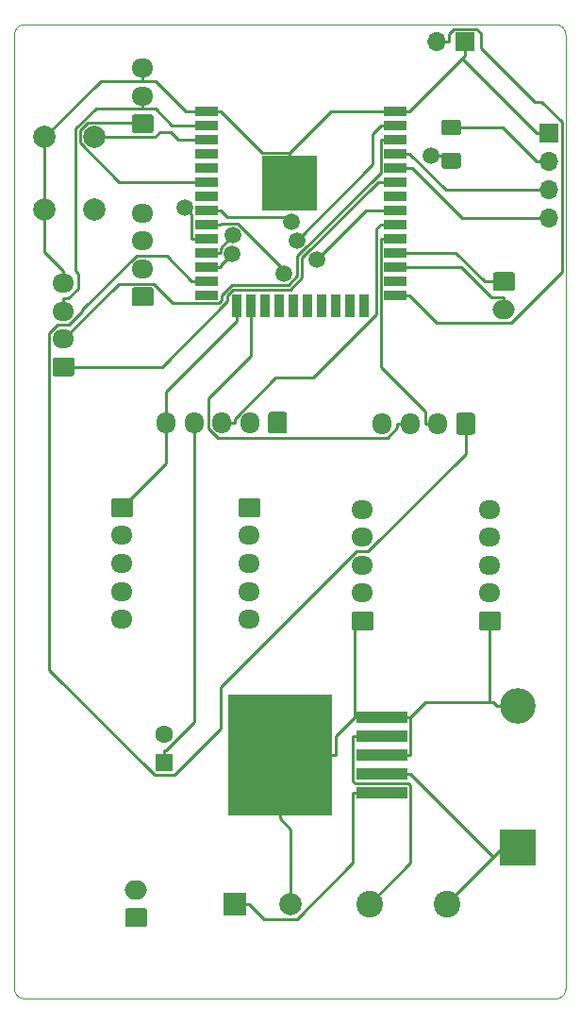
<source format=gbr>
G04 #@! TF.GenerationSoftware,KiCad,Pcbnew,(5.1.5)-3*
G04 #@! TF.CreationDate,2020-08-20T14:44:53-04:00*
G04 #@! TF.ProjectId,Ebike Board,4562696b-6520-4426-9f61-72642e6b6963,rev?*
G04 #@! TF.SameCoordinates,Original*
G04 #@! TF.FileFunction,Copper,L1,Top*
G04 #@! TF.FilePolarity,Positive*
%FSLAX46Y46*%
G04 Gerber Fmt 4.6, Leading zero omitted, Abs format (unit mm)*
G04 Created by KiCad (PCBNEW (5.1.5)-3) date 2020-08-20 14:44:53*
%MOMM*%
%LPD*%
G04 APERTURE LIST*
%ADD10C,0.120000*%
%ADD11C,0.050000*%
%ADD12R,9.400000X10.800000*%
%ADD13R,4.600000X1.100000*%
%ADD14O,1.950000X1.700000*%
%ADD15C,0.100000*%
%ADD16C,2.400000*%
%ADD17O,1.700000X1.950000*%
%ADD18C,2.000000*%
%ADD19R,5.000000X5.000000*%
%ADD20R,2.000000X0.900000*%
%ADD21R,0.900000X2.000000*%
%ADD22O,2.000000X1.700000*%
%ADD23O,1.700000X1.700000*%
%ADD24R,1.700000X1.700000*%
%ADD25O,3.200000X3.200000*%
%ADD26R,3.200000X3.200000*%
%ADD27R,2.000000X2.000000*%
%ADD28C,1.600000*%
%ADD29R,1.600000X1.600000*%
%ADD30C,1.500000*%
%ADD31C,0.250000*%
G04 APERTURE END LIST*
D10*
X111900000Y-157100000D02*
G75*
G02X111000000Y-156200000I0J900000D01*
G01*
X111000000Y-70600000D02*
G75*
G02X111900000Y-69700000I900000J0D01*
G01*
X159600000Y-69700000D02*
G75*
G02X160500000Y-70600000I0J-900000D01*
G01*
X160500000Y-156200000D02*
G75*
G02X159600000Y-157100000I-900000J0D01*
G01*
D11*
X111000000Y-156200000D02*
X111000000Y-70600000D01*
X159600000Y-157100000D02*
X111900000Y-157100000D01*
X160500000Y-70600000D02*
X160500000Y-156200000D01*
X111900000Y-69700000D02*
X159600000Y-69700000D01*
D12*
X134825000Y-135225000D03*
D13*
X143975000Y-131825000D03*
X143975000Y-133525000D03*
X143975000Y-135225000D03*
X143975000Y-136925000D03*
X143975000Y-138625000D03*
D14*
X115400000Y-92900000D03*
X115400000Y-95400000D03*
X115400000Y-97900000D03*
G04 #@! TA.AperFunction,ComponentPad*
D15*
G36*
X116149504Y-99551204D02*
G01*
X116173773Y-99554804D01*
X116197571Y-99560765D01*
X116220671Y-99569030D01*
X116242849Y-99579520D01*
X116263893Y-99592133D01*
X116283598Y-99606747D01*
X116301777Y-99623223D01*
X116318253Y-99641402D01*
X116332867Y-99661107D01*
X116345480Y-99682151D01*
X116355970Y-99704329D01*
X116364235Y-99727429D01*
X116370196Y-99751227D01*
X116373796Y-99775496D01*
X116375000Y-99800000D01*
X116375000Y-101000000D01*
X116373796Y-101024504D01*
X116370196Y-101048773D01*
X116364235Y-101072571D01*
X116355970Y-101095671D01*
X116345480Y-101117849D01*
X116332867Y-101138893D01*
X116318253Y-101158598D01*
X116301777Y-101176777D01*
X116283598Y-101193253D01*
X116263893Y-101207867D01*
X116242849Y-101220480D01*
X116220671Y-101230970D01*
X116197571Y-101239235D01*
X116173773Y-101245196D01*
X116149504Y-101248796D01*
X116125000Y-101250000D01*
X114675000Y-101250000D01*
X114650496Y-101248796D01*
X114626227Y-101245196D01*
X114602429Y-101239235D01*
X114579329Y-101230970D01*
X114557151Y-101220480D01*
X114536107Y-101207867D01*
X114516402Y-101193253D01*
X114498223Y-101176777D01*
X114481747Y-101158598D01*
X114467133Y-101138893D01*
X114454520Y-101117849D01*
X114444030Y-101095671D01*
X114435765Y-101072571D01*
X114429804Y-101048773D01*
X114426204Y-101024504D01*
X114425000Y-101000000D01*
X114425000Y-99800000D01*
X114426204Y-99775496D01*
X114429804Y-99751227D01*
X114435765Y-99727429D01*
X114444030Y-99704329D01*
X114454520Y-99682151D01*
X114467133Y-99661107D01*
X114481747Y-99641402D01*
X114498223Y-99623223D01*
X114516402Y-99606747D01*
X114536107Y-99592133D01*
X114557151Y-99579520D01*
X114579329Y-99569030D01*
X114602429Y-99560765D01*
X114626227Y-99554804D01*
X114650496Y-99551204D01*
X114675000Y-99550000D01*
X116125000Y-99550000D01*
X116149504Y-99551204D01*
G37*
G04 #@! TD.AperFunction*
D16*
X142860000Y-148590000D03*
X149860000Y-148590000D03*
G04 #@! TA.AperFunction,ComponentPad*
D15*
G36*
X132829504Y-112181204D02*
G01*
X132853773Y-112184804D01*
X132877571Y-112190765D01*
X132900671Y-112199030D01*
X132922849Y-112209520D01*
X132943893Y-112222133D01*
X132963598Y-112236747D01*
X132981777Y-112253223D01*
X132998253Y-112271402D01*
X133012867Y-112291107D01*
X133025480Y-112312151D01*
X133035970Y-112334329D01*
X133044235Y-112357429D01*
X133050196Y-112381227D01*
X133053796Y-112405496D01*
X133055000Y-112430000D01*
X133055000Y-113630000D01*
X133053796Y-113654504D01*
X133050196Y-113678773D01*
X133044235Y-113702571D01*
X133035970Y-113725671D01*
X133025480Y-113747849D01*
X133012867Y-113768893D01*
X132998253Y-113788598D01*
X132981777Y-113806777D01*
X132963598Y-113823253D01*
X132943893Y-113837867D01*
X132922849Y-113850480D01*
X132900671Y-113860970D01*
X132877571Y-113869235D01*
X132853773Y-113875196D01*
X132829504Y-113878796D01*
X132805000Y-113880000D01*
X131355000Y-113880000D01*
X131330496Y-113878796D01*
X131306227Y-113875196D01*
X131282429Y-113869235D01*
X131259329Y-113860970D01*
X131237151Y-113850480D01*
X131216107Y-113837867D01*
X131196402Y-113823253D01*
X131178223Y-113806777D01*
X131161747Y-113788598D01*
X131147133Y-113768893D01*
X131134520Y-113747849D01*
X131124030Y-113725671D01*
X131115765Y-113702571D01*
X131109804Y-113678773D01*
X131106204Y-113654504D01*
X131105000Y-113630000D01*
X131105000Y-112430000D01*
X131106204Y-112405496D01*
X131109804Y-112381227D01*
X131115765Y-112357429D01*
X131124030Y-112334329D01*
X131134520Y-112312151D01*
X131147133Y-112291107D01*
X131161747Y-112271402D01*
X131178223Y-112253223D01*
X131196402Y-112236747D01*
X131216107Y-112222133D01*
X131237151Y-112209520D01*
X131259329Y-112199030D01*
X131282429Y-112190765D01*
X131306227Y-112184804D01*
X131330496Y-112181204D01*
X131355000Y-112180000D01*
X132805000Y-112180000D01*
X132829504Y-112181204D01*
G37*
G04 #@! TD.AperFunction*
D14*
X132080000Y-115530000D03*
X132080000Y-118030000D03*
X132080000Y-120530000D03*
X132080000Y-123030000D03*
G04 #@! TA.AperFunction,ComponentPad*
D15*
G36*
X154419504Y-122341204D02*
G01*
X154443773Y-122344804D01*
X154467571Y-122350765D01*
X154490671Y-122359030D01*
X154512849Y-122369520D01*
X154533893Y-122382133D01*
X154553598Y-122396747D01*
X154571777Y-122413223D01*
X154588253Y-122431402D01*
X154602867Y-122451107D01*
X154615480Y-122472151D01*
X154625970Y-122494329D01*
X154634235Y-122517429D01*
X154640196Y-122541227D01*
X154643796Y-122565496D01*
X154645000Y-122590000D01*
X154645000Y-123790000D01*
X154643796Y-123814504D01*
X154640196Y-123838773D01*
X154634235Y-123862571D01*
X154625970Y-123885671D01*
X154615480Y-123907849D01*
X154602867Y-123928893D01*
X154588253Y-123948598D01*
X154571777Y-123966777D01*
X154553598Y-123983253D01*
X154533893Y-123997867D01*
X154512849Y-124010480D01*
X154490671Y-124020970D01*
X154467571Y-124029235D01*
X154443773Y-124035196D01*
X154419504Y-124038796D01*
X154395000Y-124040000D01*
X152945000Y-124040000D01*
X152920496Y-124038796D01*
X152896227Y-124035196D01*
X152872429Y-124029235D01*
X152849329Y-124020970D01*
X152827151Y-124010480D01*
X152806107Y-123997867D01*
X152786402Y-123983253D01*
X152768223Y-123966777D01*
X152751747Y-123948598D01*
X152737133Y-123928893D01*
X152724520Y-123907849D01*
X152714030Y-123885671D01*
X152705765Y-123862571D01*
X152699804Y-123838773D01*
X152696204Y-123814504D01*
X152695000Y-123790000D01*
X152695000Y-122590000D01*
X152696204Y-122565496D01*
X152699804Y-122541227D01*
X152705765Y-122517429D01*
X152714030Y-122494329D01*
X152724520Y-122472151D01*
X152737133Y-122451107D01*
X152751747Y-122431402D01*
X152768223Y-122413223D01*
X152786402Y-122396747D01*
X152806107Y-122382133D01*
X152827151Y-122369520D01*
X152849329Y-122359030D01*
X152872429Y-122350765D01*
X152896227Y-122344804D01*
X152920496Y-122341204D01*
X152945000Y-122340000D01*
X154395000Y-122340000D01*
X154419504Y-122341204D01*
G37*
G04 #@! TD.AperFunction*
D14*
X153670000Y-120690000D03*
X153670000Y-118190000D03*
X153670000Y-115690000D03*
X153670000Y-113190000D03*
G04 #@! TA.AperFunction,ComponentPad*
D15*
G36*
X142989504Y-122341204D02*
G01*
X143013773Y-122344804D01*
X143037571Y-122350765D01*
X143060671Y-122359030D01*
X143082849Y-122369520D01*
X143103893Y-122382133D01*
X143123598Y-122396747D01*
X143141777Y-122413223D01*
X143158253Y-122431402D01*
X143172867Y-122451107D01*
X143185480Y-122472151D01*
X143195970Y-122494329D01*
X143204235Y-122517429D01*
X143210196Y-122541227D01*
X143213796Y-122565496D01*
X143215000Y-122590000D01*
X143215000Y-123790000D01*
X143213796Y-123814504D01*
X143210196Y-123838773D01*
X143204235Y-123862571D01*
X143195970Y-123885671D01*
X143185480Y-123907849D01*
X143172867Y-123928893D01*
X143158253Y-123948598D01*
X143141777Y-123966777D01*
X143123598Y-123983253D01*
X143103893Y-123997867D01*
X143082849Y-124010480D01*
X143060671Y-124020970D01*
X143037571Y-124029235D01*
X143013773Y-124035196D01*
X142989504Y-124038796D01*
X142965000Y-124040000D01*
X141515000Y-124040000D01*
X141490496Y-124038796D01*
X141466227Y-124035196D01*
X141442429Y-124029235D01*
X141419329Y-124020970D01*
X141397151Y-124010480D01*
X141376107Y-123997867D01*
X141356402Y-123983253D01*
X141338223Y-123966777D01*
X141321747Y-123948598D01*
X141307133Y-123928893D01*
X141294520Y-123907849D01*
X141284030Y-123885671D01*
X141275765Y-123862571D01*
X141269804Y-123838773D01*
X141266204Y-123814504D01*
X141265000Y-123790000D01*
X141265000Y-122590000D01*
X141266204Y-122565496D01*
X141269804Y-122541227D01*
X141275765Y-122517429D01*
X141284030Y-122494329D01*
X141294520Y-122472151D01*
X141307133Y-122451107D01*
X141321747Y-122431402D01*
X141338223Y-122413223D01*
X141356402Y-122396747D01*
X141376107Y-122382133D01*
X141397151Y-122369520D01*
X141419329Y-122359030D01*
X141442429Y-122350765D01*
X141466227Y-122344804D01*
X141490496Y-122341204D01*
X141515000Y-122340000D01*
X142965000Y-122340000D01*
X142989504Y-122341204D01*
G37*
G04 #@! TD.AperFunction*
D14*
X142240000Y-120690000D03*
X142240000Y-118190000D03*
X142240000Y-115690000D03*
X142240000Y-113190000D03*
G04 #@! TA.AperFunction,ComponentPad*
D15*
G36*
X152114504Y-104526204D02*
G01*
X152138773Y-104529804D01*
X152162571Y-104535765D01*
X152185671Y-104544030D01*
X152207849Y-104554520D01*
X152228893Y-104567133D01*
X152248598Y-104581747D01*
X152266777Y-104598223D01*
X152283253Y-104616402D01*
X152297867Y-104636107D01*
X152310480Y-104657151D01*
X152320970Y-104679329D01*
X152329235Y-104702429D01*
X152335196Y-104726227D01*
X152338796Y-104750496D01*
X152340000Y-104775000D01*
X152340000Y-106225000D01*
X152338796Y-106249504D01*
X152335196Y-106273773D01*
X152329235Y-106297571D01*
X152320970Y-106320671D01*
X152310480Y-106342849D01*
X152297867Y-106363893D01*
X152283253Y-106383598D01*
X152266777Y-106401777D01*
X152248598Y-106418253D01*
X152228893Y-106432867D01*
X152207849Y-106445480D01*
X152185671Y-106455970D01*
X152162571Y-106464235D01*
X152138773Y-106470196D01*
X152114504Y-106473796D01*
X152090000Y-106475000D01*
X150890000Y-106475000D01*
X150865496Y-106473796D01*
X150841227Y-106470196D01*
X150817429Y-106464235D01*
X150794329Y-106455970D01*
X150772151Y-106445480D01*
X150751107Y-106432867D01*
X150731402Y-106418253D01*
X150713223Y-106401777D01*
X150696747Y-106383598D01*
X150682133Y-106363893D01*
X150669520Y-106342849D01*
X150659030Y-106320671D01*
X150650765Y-106297571D01*
X150644804Y-106273773D01*
X150641204Y-106249504D01*
X150640000Y-106225000D01*
X150640000Y-104775000D01*
X150641204Y-104750496D01*
X150644804Y-104726227D01*
X150650765Y-104702429D01*
X150659030Y-104679329D01*
X150669520Y-104657151D01*
X150682133Y-104636107D01*
X150696747Y-104616402D01*
X150713223Y-104598223D01*
X150731402Y-104581747D01*
X150751107Y-104567133D01*
X150772151Y-104554520D01*
X150794329Y-104544030D01*
X150817429Y-104535765D01*
X150841227Y-104529804D01*
X150865496Y-104526204D01*
X150890000Y-104525000D01*
X152090000Y-104525000D01*
X152114504Y-104526204D01*
G37*
G04 #@! TD.AperFunction*
D17*
X148990000Y-105500000D03*
X146490000Y-105500000D03*
X143990000Y-105500000D03*
G04 #@! TA.AperFunction,ComponentPad*
D15*
G36*
X123249504Y-77751204D02*
G01*
X123273773Y-77754804D01*
X123297571Y-77760765D01*
X123320671Y-77769030D01*
X123342849Y-77779520D01*
X123363893Y-77792133D01*
X123383598Y-77806747D01*
X123401777Y-77823223D01*
X123418253Y-77841402D01*
X123432867Y-77861107D01*
X123445480Y-77882151D01*
X123455970Y-77904329D01*
X123464235Y-77927429D01*
X123470196Y-77951227D01*
X123473796Y-77975496D01*
X123475000Y-78000000D01*
X123475000Y-79200000D01*
X123473796Y-79224504D01*
X123470196Y-79248773D01*
X123464235Y-79272571D01*
X123455970Y-79295671D01*
X123445480Y-79317849D01*
X123432867Y-79338893D01*
X123418253Y-79358598D01*
X123401777Y-79376777D01*
X123383598Y-79393253D01*
X123363893Y-79407867D01*
X123342849Y-79420480D01*
X123320671Y-79430970D01*
X123297571Y-79439235D01*
X123273773Y-79445196D01*
X123249504Y-79448796D01*
X123225000Y-79450000D01*
X121775000Y-79450000D01*
X121750496Y-79448796D01*
X121726227Y-79445196D01*
X121702429Y-79439235D01*
X121679329Y-79430970D01*
X121657151Y-79420480D01*
X121636107Y-79407867D01*
X121616402Y-79393253D01*
X121598223Y-79376777D01*
X121581747Y-79358598D01*
X121567133Y-79338893D01*
X121554520Y-79317849D01*
X121544030Y-79295671D01*
X121535765Y-79272571D01*
X121529804Y-79248773D01*
X121526204Y-79224504D01*
X121525000Y-79200000D01*
X121525000Y-78000000D01*
X121526204Y-77975496D01*
X121529804Y-77951227D01*
X121535765Y-77927429D01*
X121544030Y-77904329D01*
X121554520Y-77882151D01*
X121567133Y-77861107D01*
X121581747Y-77841402D01*
X121598223Y-77823223D01*
X121616402Y-77806747D01*
X121636107Y-77792133D01*
X121657151Y-77779520D01*
X121679329Y-77769030D01*
X121702429Y-77760765D01*
X121726227Y-77754804D01*
X121750496Y-77751204D01*
X121775000Y-77750000D01*
X123225000Y-77750000D01*
X123249504Y-77751204D01*
G37*
G04 #@! TD.AperFunction*
D14*
X122500000Y-76100000D03*
X122500000Y-73600000D03*
D18*
X113700000Y-79800000D03*
X118200000Y-79800000D03*
X113700000Y-86300000D03*
X118200000Y-86300000D03*
D19*
X135700000Y-83945000D03*
D20*
X145200000Y-93955000D03*
X145200000Y-92685000D03*
X145200000Y-91415000D03*
X145200000Y-90145000D03*
X145200000Y-88875000D03*
X145200000Y-87605000D03*
X145200000Y-86335000D03*
X145200000Y-85065000D03*
X145200000Y-83795000D03*
X145200000Y-82525000D03*
X145200000Y-81255000D03*
X145200000Y-79985000D03*
X145200000Y-78715000D03*
X145200000Y-77445000D03*
X128200000Y-93955000D03*
X128200000Y-92685000D03*
X128200000Y-91415000D03*
X128200000Y-90145000D03*
X128200000Y-88875000D03*
X128200000Y-87605000D03*
X128200000Y-86335000D03*
X128200000Y-85065000D03*
X128200000Y-83795000D03*
X128200000Y-82525000D03*
X128200000Y-81255000D03*
X128200000Y-79985000D03*
X128200000Y-78715000D03*
D21*
X142415000Y-94955000D03*
X141145000Y-94955000D03*
X139875000Y-94955000D03*
X138605000Y-94955000D03*
X137335000Y-94955000D03*
X136065000Y-94955000D03*
X134795000Y-94955000D03*
X133525000Y-94955000D03*
X132255000Y-94955000D03*
X130985000Y-94955000D03*
D20*
X128200000Y-77445000D03*
G04 #@! TA.AperFunction,ComponentPad*
D15*
G36*
X155714504Y-91901204D02*
G01*
X155738773Y-91904804D01*
X155762571Y-91910765D01*
X155785671Y-91919030D01*
X155807849Y-91929520D01*
X155828893Y-91942133D01*
X155848598Y-91956747D01*
X155866777Y-91973223D01*
X155883253Y-91991402D01*
X155897867Y-92011107D01*
X155910480Y-92032151D01*
X155920970Y-92054329D01*
X155929235Y-92077429D01*
X155935196Y-92101227D01*
X155938796Y-92125496D01*
X155940000Y-92150000D01*
X155940000Y-93350000D01*
X155938796Y-93374504D01*
X155935196Y-93398773D01*
X155929235Y-93422571D01*
X155920970Y-93445671D01*
X155910480Y-93467849D01*
X155897867Y-93488893D01*
X155883253Y-93508598D01*
X155866777Y-93526777D01*
X155848598Y-93543253D01*
X155828893Y-93557867D01*
X155807849Y-93570480D01*
X155785671Y-93580970D01*
X155762571Y-93589235D01*
X155738773Y-93595196D01*
X155714504Y-93598796D01*
X155690000Y-93600000D01*
X154190000Y-93600000D01*
X154165496Y-93598796D01*
X154141227Y-93595196D01*
X154117429Y-93589235D01*
X154094329Y-93580970D01*
X154072151Y-93570480D01*
X154051107Y-93557867D01*
X154031402Y-93543253D01*
X154013223Y-93526777D01*
X153996747Y-93508598D01*
X153982133Y-93488893D01*
X153969520Y-93467849D01*
X153959030Y-93445671D01*
X153950765Y-93422571D01*
X153944804Y-93398773D01*
X153941204Y-93374504D01*
X153940000Y-93350000D01*
X153940000Y-92150000D01*
X153941204Y-92125496D01*
X153944804Y-92101227D01*
X153950765Y-92077429D01*
X153959030Y-92054329D01*
X153969520Y-92032151D01*
X153982133Y-92011107D01*
X153996747Y-91991402D01*
X154013223Y-91973223D01*
X154031402Y-91956747D01*
X154051107Y-91942133D01*
X154072151Y-91929520D01*
X154094329Y-91919030D01*
X154117429Y-91910765D01*
X154141227Y-91904804D01*
X154165496Y-91901204D01*
X154190000Y-91900000D01*
X155690000Y-91900000D01*
X155714504Y-91901204D01*
G37*
G04 #@! TD.AperFunction*
D22*
X154940000Y-95250000D03*
G04 #@! TA.AperFunction,ComponentPad*
D15*
G36*
X123249504Y-93251204D02*
G01*
X123273773Y-93254804D01*
X123297571Y-93260765D01*
X123320671Y-93269030D01*
X123342849Y-93279520D01*
X123363893Y-93292133D01*
X123383598Y-93306747D01*
X123401777Y-93323223D01*
X123418253Y-93341402D01*
X123432867Y-93361107D01*
X123445480Y-93382151D01*
X123455970Y-93404329D01*
X123464235Y-93427429D01*
X123470196Y-93451227D01*
X123473796Y-93475496D01*
X123475000Y-93500000D01*
X123475000Y-94700000D01*
X123473796Y-94724504D01*
X123470196Y-94748773D01*
X123464235Y-94772571D01*
X123455970Y-94795671D01*
X123445480Y-94817849D01*
X123432867Y-94838893D01*
X123418253Y-94858598D01*
X123401777Y-94876777D01*
X123383598Y-94893253D01*
X123363893Y-94907867D01*
X123342849Y-94920480D01*
X123320671Y-94930970D01*
X123297571Y-94939235D01*
X123273773Y-94945196D01*
X123249504Y-94948796D01*
X123225000Y-94950000D01*
X121775000Y-94950000D01*
X121750496Y-94948796D01*
X121726227Y-94945196D01*
X121702429Y-94939235D01*
X121679329Y-94930970D01*
X121657151Y-94920480D01*
X121636107Y-94907867D01*
X121616402Y-94893253D01*
X121598223Y-94876777D01*
X121581747Y-94858598D01*
X121567133Y-94838893D01*
X121554520Y-94817849D01*
X121544030Y-94795671D01*
X121535765Y-94772571D01*
X121529804Y-94748773D01*
X121526204Y-94724504D01*
X121525000Y-94700000D01*
X121525000Y-93500000D01*
X121526204Y-93475496D01*
X121529804Y-93451227D01*
X121535765Y-93427429D01*
X121544030Y-93404329D01*
X121554520Y-93382151D01*
X121567133Y-93361107D01*
X121581747Y-93341402D01*
X121598223Y-93323223D01*
X121616402Y-93306747D01*
X121636107Y-93292133D01*
X121657151Y-93279520D01*
X121679329Y-93269030D01*
X121702429Y-93260765D01*
X121726227Y-93254804D01*
X121750496Y-93251204D01*
X121775000Y-93250000D01*
X123225000Y-93250000D01*
X123249504Y-93251204D01*
G37*
G04 #@! TD.AperFunction*
D14*
X122500000Y-91600000D03*
X122500000Y-89100000D03*
X122500000Y-86600000D03*
G04 #@! TA.AperFunction,ComponentPad*
D15*
G36*
X135244504Y-104436204D02*
G01*
X135268773Y-104439804D01*
X135292571Y-104445765D01*
X135315671Y-104454030D01*
X135337849Y-104464520D01*
X135358893Y-104477133D01*
X135378598Y-104491747D01*
X135396777Y-104508223D01*
X135413253Y-104526402D01*
X135427867Y-104546107D01*
X135440480Y-104567151D01*
X135450970Y-104589329D01*
X135459235Y-104612429D01*
X135465196Y-104636227D01*
X135468796Y-104660496D01*
X135470000Y-104685000D01*
X135470000Y-106135000D01*
X135468796Y-106159504D01*
X135465196Y-106183773D01*
X135459235Y-106207571D01*
X135450970Y-106230671D01*
X135440480Y-106252849D01*
X135427867Y-106273893D01*
X135413253Y-106293598D01*
X135396777Y-106311777D01*
X135378598Y-106328253D01*
X135358893Y-106342867D01*
X135337849Y-106355480D01*
X135315671Y-106365970D01*
X135292571Y-106374235D01*
X135268773Y-106380196D01*
X135244504Y-106383796D01*
X135220000Y-106385000D01*
X134020000Y-106385000D01*
X133995496Y-106383796D01*
X133971227Y-106380196D01*
X133947429Y-106374235D01*
X133924329Y-106365970D01*
X133902151Y-106355480D01*
X133881107Y-106342867D01*
X133861402Y-106328253D01*
X133843223Y-106311777D01*
X133826747Y-106293598D01*
X133812133Y-106273893D01*
X133799520Y-106252849D01*
X133789030Y-106230671D01*
X133780765Y-106207571D01*
X133774804Y-106183773D01*
X133771204Y-106159504D01*
X133770000Y-106135000D01*
X133770000Y-104685000D01*
X133771204Y-104660496D01*
X133774804Y-104636227D01*
X133780765Y-104612429D01*
X133789030Y-104589329D01*
X133799520Y-104567151D01*
X133812133Y-104546107D01*
X133826747Y-104526402D01*
X133843223Y-104508223D01*
X133861402Y-104491747D01*
X133881107Y-104477133D01*
X133902151Y-104464520D01*
X133924329Y-104454030D01*
X133947429Y-104445765D01*
X133971227Y-104439804D01*
X133995496Y-104436204D01*
X134020000Y-104435000D01*
X135220000Y-104435000D01*
X135244504Y-104436204D01*
G37*
G04 #@! TD.AperFunction*
D17*
X132120000Y-105410000D03*
X129620000Y-105410000D03*
X127120000Y-105410000D03*
X124620000Y-105410000D03*
G04 #@! TA.AperFunction,ComponentPad*
D15*
G36*
X122694504Y-148971204D02*
G01*
X122718773Y-148974804D01*
X122742571Y-148980765D01*
X122765671Y-148989030D01*
X122787849Y-148999520D01*
X122808893Y-149012133D01*
X122828598Y-149026747D01*
X122846777Y-149043223D01*
X122863253Y-149061402D01*
X122877867Y-149081107D01*
X122890480Y-149102151D01*
X122900970Y-149124329D01*
X122909235Y-149147429D01*
X122915196Y-149171227D01*
X122918796Y-149195496D01*
X122920000Y-149220000D01*
X122920000Y-150420000D01*
X122918796Y-150444504D01*
X122915196Y-150468773D01*
X122909235Y-150492571D01*
X122900970Y-150515671D01*
X122890480Y-150537849D01*
X122877867Y-150558893D01*
X122863253Y-150578598D01*
X122846777Y-150596777D01*
X122828598Y-150613253D01*
X122808893Y-150627867D01*
X122787849Y-150640480D01*
X122765671Y-150650970D01*
X122742571Y-150659235D01*
X122718773Y-150665196D01*
X122694504Y-150668796D01*
X122670000Y-150670000D01*
X121170000Y-150670000D01*
X121145496Y-150668796D01*
X121121227Y-150665196D01*
X121097429Y-150659235D01*
X121074329Y-150650970D01*
X121052151Y-150640480D01*
X121031107Y-150627867D01*
X121011402Y-150613253D01*
X120993223Y-150596777D01*
X120976747Y-150578598D01*
X120962133Y-150558893D01*
X120949520Y-150537849D01*
X120939030Y-150515671D01*
X120930765Y-150492571D01*
X120924804Y-150468773D01*
X120921204Y-150444504D01*
X120920000Y-150420000D01*
X120920000Y-149220000D01*
X120921204Y-149195496D01*
X120924804Y-149171227D01*
X120930765Y-149147429D01*
X120939030Y-149124329D01*
X120949520Y-149102151D01*
X120962133Y-149081107D01*
X120976747Y-149061402D01*
X120993223Y-149043223D01*
X121011402Y-149026747D01*
X121031107Y-149012133D01*
X121052151Y-148999520D01*
X121074329Y-148989030D01*
X121097429Y-148980765D01*
X121121227Y-148974804D01*
X121145496Y-148971204D01*
X121170000Y-148970000D01*
X122670000Y-148970000D01*
X122694504Y-148971204D01*
G37*
G04 #@! TD.AperFunction*
D22*
X121920000Y-147320000D03*
G04 #@! TA.AperFunction,ComponentPad*
D15*
G36*
X121399504Y-112181204D02*
G01*
X121423773Y-112184804D01*
X121447571Y-112190765D01*
X121470671Y-112199030D01*
X121492849Y-112209520D01*
X121513893Y-112222133D01*
X121533598Y-112236747D01*
X121551777Y-112253223D01*
X121568253Y-112271402D01*
X121582867Y-112291107D01*
X121595480Y-112312151D01*
X121605970Y-112334329D01*
X121614235Y-112357429D01*
X121620196Y-112381227D01*
X121623796Y-112405496D01*
X121625000Y-112430000D01*
X121625000Y-113630000D01*
X121623796Y-113654504D01*
X121620196Y-113678773D01*
X121614235Y-113702571D01*
X121605970Y-113725671D01*
X121595480Y-113747849D01*
X121582867Y-113768893D01*
X121568253Y-113788598D01*
X121551777Y-113806777D01*
X121533598Y-113823253D01*
X121513893Y-113837867D01*
X121492849Y-113850480D01*
X121470671Y-113860970D01*
X121447571Y-113869235D01*
X121423773Y-113875196D01*
X121399504Y-113878796D01*
X121375000Y-113880000D01*
X119925000Y-113880000D01*
X119900496Y-113878796D01*
X119876227Y-113875196D01*
X119852429Y-113869235D01*
X119829329Y-113860970D01*
X119807151Y-113850480D01*
X119786107Y-113837867D01*
X119766402Y-113823253D01*
X119748223Y-113806777D01*
X119731747Y-113788598D01*
X119717133Y-113768893D01*
X119704520Y-113747849D01*
X119694030Y-113725671D01*
X119685765Y-113702571D01*
X119679804Y-113678773D01*
X119676204Y-113654504D01*
X119675000Y-113630000D01*
X119675000Y-112430000D01*
X119676204Y-112405496D01*
X119679804Y-112381227D01*
X119685765Y-112357429D01*
X119694030Y-112334329D01*
X119704520Y-112312151D01*
X119717133Y-112291107D01*
X119731747Y-112271402D01*
X119748223Y-112253223D01*
X119766402Y-112236747D01*
X119786107Y-112222133D01*
X119807151Y-112209520D01*
X119829329Y-112199030D01*
X119852429Y-112190765D01*
X119876227Y-112184804D01*
X119900496Y-112181204D01*
X119925000Y-112180000D01*
X121375000Y-112180000D01*
X121399504Y-112181204D01*
G37*
G04 #@! TD.AperFunction*
D14*
X120650000Y-115530000D03*
X120650000Y-118030000D03*
X120650000Y-120530000D03*
X120650000Y-123030000D03*
D23*
X148900000Y-71200000D03*
D24*
X151440000Y-71200000D03*
D23*
X159000000Y-87040000D03*
X159000000Y-84500000D03*
X159000000Y-81960000D03*
D24*
X159000000Y-79420000D03*
G04 #@! TA.AperFunction,SMDPad,CuDef*
D15*
G36*
X150849504Y-81176204D02*
G01*
X150873773Y-81179804D01*
X150897571Y-81185765D01*
X150920671Y-81194030D01*
X150942849Y-81204520D01*
X150963893Y-81217133D01*
X150983598Y-81231747D01*
X151001777Y-81248223D01*
X151018253Y-81266402D01*
X151032867Y-81286107D01*
X151045480Y-81307151D01*
X151055970Y-81329329D01*
X151064235Y-81352429D01*
X151070196Y-81376227D01*
X151073796Y-81400496D01*
X151075000Y-81425000D01*
X151075000Y-82350000D01*
X151073796Y-82374504D01*
X151070196Y-82398773D01*
X151064235Y-82422571D01*
X151055970Y-82445671D01*
X151045480Y-82467849D01*
X151032867Y-82488893D01*
X151018253Y-82508598D01*
X151001777Y-82526777D01*
X150983598Y-82543253D01*
X150963893Y-82557867D01*
X150942849Y-82570480D01*
X150920671Y-82580970D01*
X150897571Y-82589235D01*
X150873773Y-82595196D01*
X150849504Y-82598796D01*
X150825000Y-82600000D01*
X149575000Y-82600000D01*
X149550496Y-82598796D01*
X149526227Y-82595196D01*
X149502429Y-82589235D01*
X149479329Y-82580970D01*
X149457151Y-82570480D01*
X149436107Y-82557867D01*
X149416402Y-82543253D01*
X149398223Y-82526777D01*
X149381747Y-82508598D01*
X149367133Y-82488893D01*
X149354520Y-82467849D01*
X149344030Y-82445671D01*
X149335765Y-82422571D01*
X149329804Y-82398773D01*
X149326204Y-82374504D01*
X149325000Y-82350000D01*
X149325000Y-81425000D01*
X149326204Y-81400496D01*
X149329804Y-81376227D01*
X149335765Y-81352429D01*
X149344030Y-81329329D01*
X149354520Y-81307151D01*
X149367133Y-81286107D01*
X149381747Y-81266402D01*
X149398223Y-81248223D01*
X149416402Y-81231747D01*
X149436107Y-81217133D01*
X149457151Y-81204520D01*
X149479329Y-81194030D01*
X149502429Y-81185765D01*
X149526227Y-81179804D01*
X149550496Y-81176204D01*
X149575000Y-81175000D01*
X150825000Y-81175000D01*
X150849504Y-81176204D01*
G37*
G04 #@! TD.AperFunction*
G04 #@! TA.AperFunction,SMDPad,CuDef*
G36*
X150849504Y-78201204D02*
G01*
X150873773Y-78204804D01*
X150897571Y-78210765D01*
X150920671Y-78219030D01*
X150942849Y-78229520D01*
X150963893Y-78242133D01*
X150983598Y-78256747D01*
X151001777Y-78273223D01*
X151018253Y-78291402D01*
X151032867Y-78311107D01*
X151045480Y-78332151D01*
X151055970Y-78354329D01*
X151064235Y-78377429D01*
X151070196Y-78401227D01*
X151073796Y-78425496D01*
X151075000Y-78450000D01*
X151075000Y-79375000D01*
X151073796Y-79399504D01*
X151070196Y-79423773D01*
X151064235Y-79447571D01*
X151055970Y-79470671D01*
X151045480Y-79492849D01*
X151032867Y-79513893D01*
X151018253Y-79533598D01*
X151001777Y-79551777D01*
X150983598Y-79568253D01*
X150963893Y-79582867D01*
X150942849Y-79595480D01*
X150920671Y-79605970D01*
X150897571Y-79614235D01*
X150873773Y-79620196D01*
X150849504Y-79623796D01*
X150825000Y-79625000D01*
X149575000Y-79625000D01*
X149550496Y-79623796D01*
X149526227Y-79620196D01*
X149502429Y-79614235D01*
X149479329Y-79605970D01*
X149457151Y-79595480D01*
X149436107Y-79582867D01*
X149416402Y-79568253D01*
X149398223Y-79551777D01*
X149381747Y-79533598D01*
X149367133Y-79513893D01*
X149354520Y-79492849D01*
X149344030Y-79470671D01*
X149335765Y-79447571D01*
X149329804Y-79423773D01*
X149326204Y-79399504D01*
X149325000Y-79375000D01*
X149325000Y-78450000D01*
X149326204Y-78425496D01*
X149329804Y-78401227D01*
X149335765Y-78377429D01*
X149344030Y-78354329D01*
X149354520Y-78332151D01*
X149367133Y-78311107D01*
X149381747Y-78291402D01*
X149398223Y-78273223D01*
X149416402Y-78256747D01*
X149436107Y-78242133D01*
X149457151Y-78229520D01*
X149479329Y-78219030D01*
X149502429Y-78210765D01*
X149526227Y-78204804D01*
X149550496Y-78201204D01*
X149575000Y-78200000D01*
X150825000Y-78200000D01*
X150849504Y-78201204D01*
G37*
G04 #@! TD.AperFunction*
D25*
X156210000Y-130810000D03*
D26*
X156210000Y-143510000D03*
D18*
X135810000Y-148590000D03*
D27*
X130810000Y-148590000D03*
D28*
X124460000Y-133390000D03*
D29*
X124460000Y-135890000D03*
D30*
X136329200Y-89034000D03*
X138146300Y-90739300D03*
X135163400Y-92014200D03*
X130505500Y-90266100D03*
X130637600Y-88606100D03*
X126278100Y-86077500D03*
X135887400Y-87352800D03*
X148401900Y-81441400D03*
D31*
X151187500Y-72735200D02*
X151440000Y-72482700D01*
X151440000Y-72482700D02*
X151440000Y-71200000D01*
X146477700Y-77445000D02*
X151187500Y-72735200D01*
X157872300Y-79420000D02*
X151187500Y-72735200D01*
X159000000Y-79420000D02*
X157872300Y-79420000D01*
X145200000Y-77445000D02*
X146477700Y-77445000D01*
X135700000Y-81167300D02*
X139422300Y-77445000D01*
X139422300Y-77445000D02*
X145200000Y-77445000D01*
X124620000Y-105410000D02*
X124620000Y-102597700D01*
X124620000Y-102597700D02*
X130985000Y-96232700D01*
X146552700Y-131825000D02*
X146552700Y-135225000D01*
X153670000Y-130478800D02*
X147898900Y-130478800D01*
X147898900Y-130478800D02*
X146552700Y-131825000D01*
X143975000Y-135225000D02*
X146552700Y-135225000D01*
X154332300Y-130810000D02*
X154001100Y-130478800D01*
X154001100Y-130478800D02*
X153670000Y-130478800D01*
X153670000Y-130478800D02*
X153670000Y-123190000D01*
X143975000Y-131825000D02*
X146552700Y-131825000D01*
X141498000Y-131825000D02*
X139802700Y-133520300D01*
X139802700Y-133520300D02*
X139802700Y-135225000D01*
X120650000Y-113030000D02*
X124620000Y-109060000D01*
X124620000Y-109060000D02*
X124620000Y-105410000D01*
X130985000Y-94955000D02*
X130985000Y-96232700D01*
X156210000Y-130810000D02*
X154332300Y-130810000D01*
X142240000Y-123190000D02*
X141498000Y-123932000D01*
X141498000Y-123932000D02*
X141498000Y-131825000D01*
X134825000Y-135225000D02*
X139802700Y-135225000D01*
X143975000Y-131825000D02*
X141498000Y-131825000D01*
X134825000Y-135225000D02*
X134825000Y-140902700D01*
X135810000Y-148590000D02*
X135810000Y-141887700D01*
X135810000Y-141887700D02*
X134825000Y-140902700D01*
X113700000Y-79800000D02*
X118772300Y-74727700D01*
X118772300Y-74727700D02*
X122500000Y-74727700D01*
X113700000Y-86300000D02*
X113700000Y-79800000D01*
X115400000Y-92900000D02*
X115400000Y-91772300D01*
X115400000Y-91772300D02*
X113700000Y-90072300D01*
X113700000Y-90072300D02*
X113700000Y-86300000D01*
X135700000Y-83945000D02*
X135700000Y-81167300D01*
X128200000Y-77445000D02*
X129477700Y-77445000D01*
X129477700Y-77445000D02*
X133200000Y-81167300D01*
X133200000Y-81167300D02*
X135700000Y-81167300D01*
X122500000Y-74727700D02*
X123627700Y-74727700D01*
X123627700Y-74727700D02*
X126345000Y-77445000D01*
X126345000Y-77445000D02*
X128200000Y-77445000D01*
X122500000Y-73600000D02*
X122500000Y-74727700D01*
X143975000Y-138625000D02*
X141397300Y-138625000D01*
X130810000Y-148590000D02*
X132087700Y-148590000D01*
X132087700Y-148590000D02*
X133406300Y-149908600D01*
X133406300Y-149908600D02*
X136332200Y-149908600D01*
X136332200Y-149908600D02*
X141397300Y-144843500D01*
X141397300Y-144843500D02*
X141397300Y-138625000D01*
X143975000Y-133525000D02*
X141397300Y-133525000D01*
X142860000Y-148590000D02*
X146552800Y-144897200D01*
X146552800Y-144897200D02*
X146552800Y-137952000D01*
X146552800Y-137952000D02*
X146398000Y-137797200D01*
X146398000Y-137797200D02*
X141597100Y-137797200D01*
X141597100Y-137797200D02*
X141397300Y-137597400D01*
X141397300Y-137597400D02*
X141397300Y-133525000D01*
X124460000Y-135890000D02*
X124460000Y-134812300D01*
X124460000Y-134812300D02*
X124594700Y-134812300D01*
X124594700Y-134812300D02*
X127120000Y-132287000D01*
X127120000Y-132287000D02*
X127120000Y-105410000D01*
X159000000Y-81960000D02*
X157872300Y-81960000D01*
X157872300Y-81960000D02*
X154824800Y-78912500D01*
X154824800Y-78912500D02*
X150200000Y-78912500D01*
X115400000Y-95400000D02*
X115400000Y-94272300D01*
X115400000Y-94272300D02*
X115822900Y-94272300D01*
X115822900Y-94272300D02*
X116692900Y-93402300D01*
X116692900Y-93402300D02*
X116692900Y-91999200D01*
X116692900Y-91999200D02*
X116489600Y-91795900D01*
X116489600Y-91795900D02*
X116489600Y-79037100D01*
X116489600Y-79037100D02*
X118299000Y-77227700D01*
X118299000Y-77227700D02*
X122500000Y-77227700D01*
X122500000Y-76100000D02*
X122500000Y-77227700D01*
X128200000Y-78715000D02*
X125115000Y-78715000D01*
X125115000Y-78715000D02*
X123627700Y-77227700D01*
X123627700Y-77227700D02*
X122500000Y-77227700D01*
X153982900Y-144355100D02*
X149860000Y-148478000D01*
X149860000Y-148478000D02*
X149860000Y-148590000D01*
X154828000Y-143510000D02*
X153982900Y-144355100D01*
X153982900Y-144355100D02*
X146552700Y-136925000D01*
X143975000Y-136925000D02*
X146552700Y-136925000D01*
X156210000Y-143510000D02*
X154828000Y-143510000D01*
X129620000Y-105410000D02*
X130747700Y-105410000D01*
X145200000Y-87605000D02*
X143922300Y-87605000D01*
X143922300Y-87605000D02*
X143519500Y-88007800D01*
X143519500Y-88007800D02*
X143519500Y-95693400D01*
X143519500Y-95693400D02*
X137820000Y-101392900D01*
X137820000Y-101392900D02*
X134394600Y-101392900D01*
X134394600Y-101392900D02*
X130747700Y-105039800D01*
X130747700Y-105039800D02*
X130747700Y-105410000D01*
X143922300Y-78715000D02*
X143132300Y-79505000D01*
X143132300Y-79505000D02*
X143132300Y-82230900D01*
X143132300Y-82230900D02*
X136329200Y-89034000D01*
X145200000Y-78715000D02*
X143922300Y-78715000D01*
X145200000Y-86335000D02*
X142550600Y-86335000D01*
X142550600Y-86335000D02*
X138146300Y-90739300D01*
X154940000Y-95250000D02*
X154940000Y-94122300D01*
X154940000Y-94122300D02*
X153812300Y-94122300D01*
X153812300Y-94122300D02*
X151105000Y-91415000D01*
X151105000Y-91415000D02*
X145200000Y-91415000D01*
X154940000Y-92750000D02*
X153230600Y-92750000D01*
X153230600Y-92750000D02*
X150625600Y-90145000D01*
X150625600Y-90145000D02*
X145200000Y-90145000D01*
X128200000Y-83795000D02*
X120382200Y-83795000D01*
X120382200Y-83795000D02*
X116892400Y-80305200D01*
X116892400Y-80305200D02*
X116892400Y-79204000D01*
X116892400Y-79204000D02*
X117578300Y-78518100D01*
X117578300Y-78518100D02*
X122418100Y-78518100D01*
X122418100Y-78518100D02*
X122500000Y-78600000D01*
X128200000Y-87605000D02*
X129477700Y-87605000D01*
X129477700Y-87605000D02*
X129528600Y-87554100D01*
X129528600Y-87554100D02*
X131039100Y-87554100D01*
X131039100Y-87554100D02*
X135163400Y-91678400D01*
X135163400Y-91678400D02*
X135163400Y-92014200D01*
X146490000Y-105500000D02*
X145362300Y-105500000D01*
X132255000Y-94955000D02*
X132255000Y-99402900D01*
X132255000Y-99402900D02*
X128446800Y-103211100D01*
X128446800Y-103211100D02*
X128446800Y-105960000D01*
X128446800Y-105960000D02*
X129261700Y-106774900D01*
X129261700Y-106774900D02*
X144457600Y-106774900D01*
X144457600Y-106774900D02*
X145362300Y-105870200D01*
X145362300Y-105870200D02*
X145362300Y-105500000D01*
X148990000Y-105500000D02*
X147862300Y-105500000D01*
X145200000Y-88875000D02*
X143922300Y-88875000D01*
X143922300Y-88875000D02*
X143922300Y-100432300D01*
X143922300Y-100432300D02*
X147862300Y-104372300D01*
X147862300Y-104372300D02*
X147862300Y-105500000D01*
X128200000Y-92685000D02*
X126922300Y-92685000D01*
X126922300Y-92685000D02*
X124660300Y-90423000D01*
X124660300Y-90423000D02*
X121944700Y-90423000D01*
X121944700Y-90423000D02*
X117095600Y-95272100D01*
X117095600Y-95272100D02*
X117095600Y-95444500D01*
X117095600Y-95444500D02*
X115890100Y-96650000D01*
X115890100Y-96650000D02*
X114846000Y-96650000D01*
X114846000Y-96650000D02*
X114137100Y-97358900D01*
X114137100Y-97358900D02*
X114137100Y-127570400D01*
X114137100Y-127570400D02*
X123573600Y-137006900D01*
X123573600Y-137006900D02*
X125363200Y-137006900D01*
X125363200Y-137006900D02*
X129516400Y-132853700D01*
X129516400Y-132853700D02*
X129516400Y-129157000D01*
X129516400Y-129157000D02*
X141733400Y-116940000D01*
X141733400Y-116940000D02*
X142719400Y-116940000D01*
X142719400Y-116940000D02*
X151490000Y-108169400D01*
X151490000Y-108169400D02*
X151490000Y-105500000D01*
X129477700Y-91415000D02*
X129477700Y-91293900D01*
X129477700Y-91293900D02*
X130505500Y-90266100D01*
X128200000Y-91415000D02*
X129477700Y-91415000D01*
X128200000Y-90145000D02*
X129477700Y-90145000D01*
X129477700Y-90145000D02*
X129477700Y-89766000D01*
X129477700Y-89766000D02*
X130637600Y-88606100D01*
X126922300Y-88875000D02*
X126922300Y-86721700D01*
X126922300Y-86721700D02*
X126278100Y-86077500D01*
X128200000Y-88875000D02*
X126922300Y-88875000D01*
X135887400Y-87352800D02*
X135484700Y-86950100D01*
X135484700Y-86950100D02*
X130092800Y-86950100D01*
X130092800Y-86950100D02*
X129477700Y-86335000D01*
X128200000Y-86335000D02*
X129477700Y-86335000D01*
X145200000Y-93955000D02*
X146477700Y-93955000D01*
X148900000Y-71200000D02*
X150027700Y-71200000D01*
X150027700Y-71200000D02*
X150027700Y-70495200D01*
X150027700Y-70495200D02*
X150450700Y-70072200D01*
X150450700Y-70072200D02*
X152444600Y-70072200D01*
X152444600Y-70072200D02*
X152852800Y-70480400D01*
X152852800Y-70480400D02*
X152852800Y-71762500D01*
X152852800Y-71762500D02*
X157721600Y-76631300D01*
X157721600Y-76631300D02*
X158323300Y-76631300D01*
X158323300Y-76631300D02*
X160133800Y-78441800D01*
X160133800Y-78441800D02*
X160133800Y-91842400D01*
X160133800Y-91842400D02*
X155568300Y-96407900D01*
X155568300Y-96407900D02*
X148930600Y-96407900D01*
X148930600Y-96407900D02*
X146477700Y-93955000D01*
X159000000Y-87040000D02*
X151214300Y-87040000D01*
X151214300Y-87040000D02*
X146699300Y-82525000D01*
X146699300Y-82525000D02*
X145200000Y-82525000D01*
X159000000Y-84500000D02*
X149722700Y-84500000D01*
X149722700Y-84500000D02*
X146477700Y-81255000D01*
X145200000Y-81255000D02*
X146477700Y-81255000D01*
X148401900Y-81441400D02*
X149753900Y-81441400D01*
X149753900Y-81441400D02*
X150200000Y-81887500D01*
X128200000Y-79985000D02*
X125671600Y-79985000D01*
X125671600Y-79985000D02*
X124984700Y-79298100D01*
X124984700Y-79298100D02*
X124052900Y-79298100D01*
X124052900Y-79298100D02*
X123551000Y-79800000D01*
X123551000Y-79800000D02*
X118200000Y-79800000D01*
X115400000Y-97900000D02*
X120343700Y-92956300D01*
X120343700Y-92956300D02*
X123477200Y-92956300D01*
X123477200Y-92956300D02*
X125203700Y-94682800D01*
X125203700Y-94682800D02*
X129343300Y-94682800D01*
X129343300Y-94682800D02*
X129575600Y-94450500D01*
X129575600Y-94450500D02*
X129575600Y-93952100D01*
X129575600Y-93952100D02*
X130485800Y-93041900D01*
X130485800Y-93041900D02*
X135594200Y-93041900D01*
X135594200Y-93041900D02*
X136399600Y-92236500D01*
X136399600Y-92236500D02*
X136399600Y-90463000D01*
X136399600Y-90463000D02*
X143922300Y-82940300D01*
X143922300Y-82940300D02*
X143922300Y-79985000D01*
X145200000Y-79985000D02*
X143922300Y-79985000D01*
X115400000Y-100400000D02*
X124228000Y-100400000D01*
X124228000Y-100400000D02*
X130120800Y-94507200D01*
X130120800Y-94507200D02*
X130120800Y-93976500D01*
X130120800Y-93976500D02*
X130652700Y-93444600D01*
X130652700Y-93444600D02*
X135761100Y-93444600D01*
X135761100Y-93444600D02*
X136802300Y-92403400D01*
X136802300Y-92403400D02*
X136802300Y-90629900D01*
X136802300Y-90629900D02*
X143637200Y-83795000D01*
X143637200Y-83795000D02*
X145200000Y-83795000D01*
M02*

</source>
